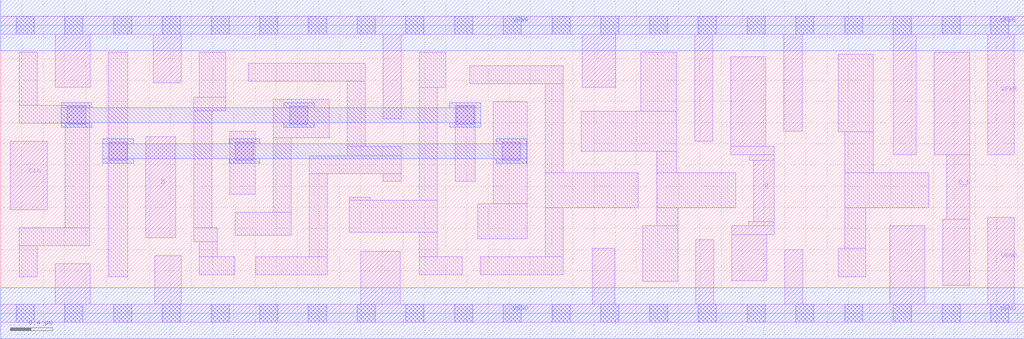
<source format=lef>
# Copyright 2020 The SkyWater PDK Authors
#
# Licensed under the Apache License, Version 2.0 (the "License");
# you may not use this file except in compliance with the License.
# You may obtain a copy of the License at
#
#     https://www.apache.org/licenses/LICENSE-2.0
#
# Unless required by applicable law or agreed to in writing, software
# distributed under the License is distributed on an "AS IS" BASIS,
# WITHOUT WARRANTIES OR CONDITIONS OF ANY KIND, either express or implied.
# See the License for the specific language governing permissions and
# limitations under the License.
#
# SPDX-License-Identifier: Apache-2.0

VERSION 5.7 ;
  NAMESCASESENSITIVE ON ;
  NOWIREEXTENSIONATPIN ON ;
  DIVIDERCHAR "/" ;
  BUSBITCHARS "[]" ;
UNITS
  DATABASE MICRONS 200 ;
END UNITS
MACRO sky130_fd_sc_hd__dfxbp_2
  CLASS CORE ;
  SOURCE USER ;
  FOREIGN sky130_fd_sc_hd__dfxbp_2 ;
  ORIGIN  0.000000  0.000000 ;
  SIZE  9.660000 BY  2.720000 ;
  SYMMETRY X Y R90 ;
  SITE unithd ;
  PIN D
    ANTENNAGATEAREA  0.126000 ;
    DIRECTION INPUT ;
    USE SIGNAL ;
    PORT
      LAYER li1 ;
        RECT 1.370000 0.715000 1.650000 1.665000 ;
    END
  END D
  PIN Q
    ANTENNADIFFAREA  0.445500 ;
    DIRECTION OUTPUT ;
    USE SIGNAL ;
    PORT
      LAYER li1 ;
        RECT 6.890000 1.495000 7.300000 1.575000 ;
        RECT 6.890000 1.575000 7.220000 2.420000 ;
        RECT 6.900000 0.305000 7.230000 0.740000 ;
        RECT 6.900000 0.740000 7.300000 0.825000 ;
        RECT 7.055000 0.825000 7.300000 0.865000 ;
        RECT 7.065000 1.445000 7.300000 1.495000 ;
        RECT 7.110000 0.865000 7.300000 1.445000 ;
    END
  END Q
  PIN Q_N
    ANTENNADIFFAREA  0.445500 ;
    DIRECTION OUTPUT ;
    USE SIGNAL ;
    PORT
      LAYER li1 ;
        RECT 8.810000 1.495000 9.145000 2.465000 ;
        RECT 8.890000 0.265000 9.145000 0.885000 ;
        RECT 8.930000 0.885000 9.145000 1.495000 ;
    END
  END Q_N
  PIN CLK
    ANTENNAGATEAREA  0.159000 ;
    DIRECTION INPUT ;
    USE CLOCK ;
    PORT
      LAYER li1 ;
        RECT 0.090000 0.975000 0.440000 1.625000 ;
    END
  END CLK
  PIN VGND
    DIRECTION INOUT ;
    SHAPE ABUTMENT ;
    USE GROUND ;
    PORT
      LAYER li1 ;
        RECT 0.000000 -0.085000 9.660000 0.085000 ;
        RECT 0.515000  0.085000 0.845000 0.465000 ;
        RECT 1.455000  0.085000 1.705000 0.545000 ;
        RECT 3.400000  0.085000 3.770000 0.585000 ;
        RECT 5.585000  0.085000 5.795000 0.615000 ;
        RECT 6.560000  0.085000 6.730000 0.695000 ;
        RECT 7.400000  0.085000 7.570000 0.600000 ;
        RECT 8.390000  0.085000 8.720000 0.825000 ;
        RECT 9.315000  0.085000 9.565000 0.905000 ;
      LAYER mcon ;
        RECT 0.145000 -0.085000 0.315000 0.085000 ;
        RECT 0.605000 -0.085000 0.775000 0.085000 ;
        RECT 1.065000 -0.085000 1.235000 0.085000 ;
        RECT 1.525000 -0.085000 1.695000 0.085000 ;
        RECT 1.985000 -0.085000 2.155000 0.085000 ;
        RECT 2.445000 -0.085000 2.615000 0.085000 ;
        RECT 2.905000 -0.085000 3.075000 0.085000 ;
        RECT 3.365000 -0.085000 3.535000 0.085000 ;
        RECT 3.825000 -0.085000 3.995000 0.085000 ;
        RECT 4.285000 -0.085000 4.455000 0.085000 ;
        RECT 4.745000 -0.085000 4.915000 0.085000 ;
        RECT 5.205000 -0.085000 5.375000 0.085000 ;
        RECT 5.665000 -0.085000 5.835000 0.085000 ;
        RECT 6.125000 -0.085000 6.295000 0.085000 ;
        RECT 6.585000 -0.085000 6.755000 0.085000 ;
        RECT 7.045000 -0.085000 7.215000 0.085000 ;
        RECT 7.505000 -0.085000 7.675000 0.085000 ;
        RECT 7.965000 -0.085000 8.135000 0.085000 ;
        RECT 8.425000 -0.085000 8.595000 0.085000 ;
        RECT 8.885000 -0.085000 9.055000 0.085000 ;
        RECT 9.345000 -0.085000 9.515000 0.085000 ;
      LAYER met1 ;
        RECT 0.000000 -0.240000 9.660000 0.240000 ;
    END
  END VGND
  PIN VPWR
    DIRECTION INOUT ;
    SHAPE ABUTMENT ;
    USE POWER ;
    PORT
      LAYER li1 ;
        RECT 0.000000 2.635000 9.660000 2.805000 ;
        RECT 0.515000 2.135000 0.845000 2.635000 ;
        RECT 1.440000 2.175000 1.705000 2.635000 ;
        RECT 3.610000 1.835000 3.780000 2.635000 ;
        RECT 5.490000 2.135000 5.805000 2.635000 ;
        RECT 6.550000 1.625000 6.720000 2.635000 ;
        RECT 7.390000 1.720000 7.565000 2.635000 ;
        RECT 8.425000 1.495000 8.640000 2.635000 ;
        RECT 9.315000 1.495000 9.565000 2.635000 ;
      LAYER mcon ;
        RECT 0.145000 2.635000 0.315000 2.805000 ;
        RECT 0.605000 2.635000 0.775000 2.805000 ;
        RECT 1.065000 2.635000 1.235000 2.805000 ;
        RECT 1.525000 2.635000 1.695000 2.805000 ;
        RECT 1.985000 2.635000 2.155000 2.805000 ;
        RECT 2.445000 2.635000 2.615000 2.805000 ;
        RECT 2.905000 2.635000 3.075000 2.805000 ;
        RECT 3.365000 2.635000 3.535000 2.805000 ;
        RECT 3.825000 2.635000 3.995000 2.805000 ;
        RECT 4.285000 2.635000 4.455000 2.805000 ;
        RECT 4.745000 2.635000 4.915000 2.805000 ;
        RECT 5.205000 2.635000 5.375000 2.805000 ;
        RECT 5.665000 2.635000 5.835000 2.805000 ;
        RECT 6.125000 2.635000 6.295000 2.805000 ;
        RECT 6.585000 2.635000 6.755000 2.805000 ;
        RECT 7.045000 2.635000 7.215000 2.805000 ;
        RECT 7.505000 2.635000 7.675000 2.805000 ;
        RECT 7.965000 2.635000 8.135000 2.805000 ;
        RECT 8.425000 2.635000 8.595000 2.805000 ;
        RECT 8.885000 2.635000 9.055000 2.805000 ;
        RECT 9.345000 2.635000 9.515000 2.805000 ;
      LAYER met1 ;
        RECT 0.000000 2.480000 9.660000 2.960000 ;
    END
  END VPWR
  OBS
    LAYER li1 ;
      RECT 0.175000 0.345000 0.345000 0.635000 ;
      RECT 0.175000 0.635000 0.840000 0.805000 ;
      RECT 0.175000 1.795000 0.840000 1.965000 ;
      RECT 0.175000 1.965000 0.345000 2.465000 ;
      RECT 0.610000 0.805000 0.840000 1.795000 ;
      RECT 1.015000 0.345000 1.200000 2.465000 ;
      RECT 1.820000 0.675000 2.045000 0.805000 ;
      RECT 1.820000 0.805000 1.990000 1.910000 ;
      RECT 1.820000 1.910000 2.125000 2.040000 ;
      RECT 1.875000 0.365000 2.210000 0.535000 ;
      RECT 1.875000 0.535000 2.045000 0.675000 ;
      RECT 1.875000 2.040000 2.125000 2.465000 ;
      RECT 2.160000 1.125000 2.400000 1.720000 ;
      RECT 2.215000 0.735000 2.740000 0.955000 ;
      RECT 2.335000 2.190000 3.440000 2.360000 ;
      RECT 2.405000 0.365000 3.080000 0.535000 ;
      RECT 2.570000 0.955000 2.740000 1.655000 ;
      RECT 2.570000 1.655000 3.100000 2.020000 ;
      RECT 2.910000 0.535000 3.080000 1.315000 ;
      RECT 2.910000 1.315000 3.780000 1.485000 ;
      RECT 3.270000 1.485000 3.780000 1.575000 ;
      RECT 3.270000 1.575000 3.440000 2.190000 ;
      RECT 3.290000 0.765000 4.120000 1.065000 ;
      RECT 3.290000 1.065000 3.490000 1.095000 ;
      RECT 3.610000 1.245000 3.780000 1.315000 ;
      RECT 3.950000 0.365000 4.355000 0.535000 ;
      RECT 3.950000 0.535000 4.120000 0.765000 ;
      RECT 3.950000 1.065000 4.120000 2.135000 ;
      RECT 3.950000 2.135000 4.200000 2.465000 ;
      RECT 4.290000 1.245000 4.480000 1.965000 ;
      RECT 4.425000 2.165000 5.310000 2.335000 ;
      RECT 4.505000 0.705000 4.970000 1.035000 ;
      RECT 4.525000 0.365000 5.310000 0.535000 ;
      RECT 4.650000 1.035000 4.970000 1.995000 ;
      RECT 5.140000 0.535000 5.310000 0.995000 ;
      RECT 5.140000 0.995000 6.020000 1.325000 ;
      RECT 5.140000 1.325000 5.310000 2.165000 ;
      RECT 5.480000 1.530000 6.380000 1.905000 ;
      RECT 6.040000 1.905000 6.380000 2.465000 ;
      RECT 6.060000 0.300000 6.390000 0.825000 ;
      RECT 6.190000 0.825000 6.390000 0.995000 ;
      RECT 6.190000 0.995000 6.940000 1.325000 ;
      RECT 6.190000 1.325000 6.380000 1.530000 ;
      RECT 7.905000 0.345000 8.165000 0.615000 ;
      RECT 7.905000 1.715000 8.235000 2.445000 ;
      RECT 7.965000 0.615000 8.165000 0.995000 ;
      RECT 7.965000 0.995000 8.760000 1.325000 ;
      RECT 7.965000 1.325000 8.235000 1.715000 ;
    LAYER mcon ;
      RECT 0.630000 1.785000 0.800000 1.955000 ;
      RECT 1.025000 1.445000 1.195000 1.615000 ;
      RECT 2.215000 1.445000 2.385000 1.615000 ;
      RECT 2.730000 1.785000 2.900000 1.955000 ;
      RECT 4.300000 1.785000 4.470000 1.955000 ;
      RECT 4.735000 1.445000 4.905000 1.615000 ;
    LAYER met1 ;
      RECT 0.570000 1.755000 0.860000 1.800000 ;
      RECT 0.570000 1.800000 4.530000 1.940000 ;
      RECT 0.570000 1.940000 0.860000 1.985000 ;
      RECT 0.965000 1.415000 1.255000 1.460000 ;
      RECT 0.965000 1.460000 4.965000 1.600000 ;
      RECT 0.965000 1.600000 1.255000 1.645000 ;
      RECT 2.155000 1.415000 2.445000 1.460000 ;
      RECT 2.155000 1.600000 2.445000 1.645000 ;
      RECT 2.670000 1.755000 2.960000 1.800000 ;
      RECT 2.670000 1.940000 2.960000 1.985000 ;
      RECT 4.240000 1.755000 4.530000 1.800000 ;
      RECT 4.240000 1.940000 4.530000 1.985000 ;
      RECT 4.675000 1.415000 4.965000 1.460000 ;
      RECT 4.675000 1.600000 4.965000 1.645000 ;
  END
END sky130_fd_sc_hd__dfxbp_2
END LIBRARY

</source>
